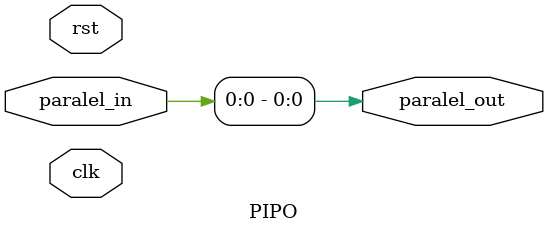
<source format=v>
`timescale 1ns / 1ps


module PIPO(
    input wire [3:0]paralel_in,
    input wire rst,
    input wire clk,
    output wire paralel_out
    );
    reg [3:0] shift;
    always @(posedge clk or posedge rst)begin
        if(rst)begin
            shift<=4'b0000;
        end else begin
            shift <= paralel_in;
        end
    end
    assign paralel_out = paralel_in;
endmodule

</source>
